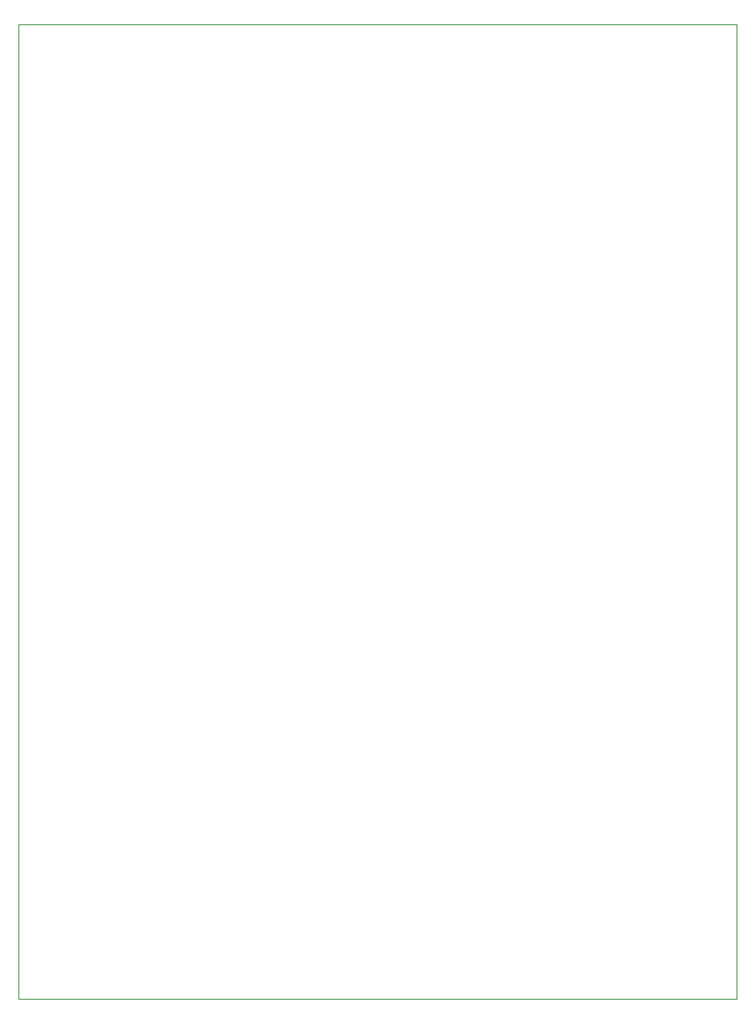
<source format=gbr>
G04 (created by PCBNEW (2013-07-07 BZR 4022)-stable) date 06/03/2017 2:17:35 PM*
%MOIN*%
G04 Gerber Fmt 3.4, Leading zero omitted, Abs format*
%FSLAX34Y34*%
G01*
G70*
G90*
G04 APERTURE LIST*
%ADD10C,0.00590551*%
%ADD11C,0.00393701*%
G04 APERTURE END LIST*
G54D10*
G54D11*
X64822Y-78326D02*
X93366Y-78326D01*
X64822Y-39625D02*
X93366Y-39625D01*
X93366Y-78326D02*
X93366Y-39625D01*
X64822Y-78326D02*
X64822Y-39625D01*
M02*

</source>
